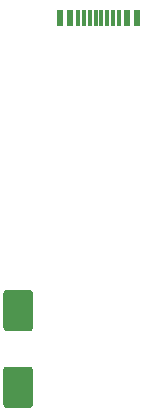
<source format=gbr>
%TF.GenerationSoftware,KiCad,Pcbnew,(5.1.9-0-10_14)*%
%TF.CreationDate,2021-06-30T10:16:08+02:00*%
%TF.ProjectId,turbocan,74757262-6f63-4616-9e2e-6b696361645f,rev?*%
%TF.SameCoordinates,Original*%
%TF.FileFunction,Paste,Bot*%
%TF.FilePolarity,Positive*%
%FSLAX46Y46*%
G04 Gerber Fmt 4.6, Leading zero omitted, Abs format (unit mm)*
G04 Created by KiCad (PCBNEW (5.1.9-0-10_14)) date 2021-06-30 10:16:08*
%MOMM*%
%LPD*%
G01*
G04 APERTURE LIST*
%ADD10R,0.600000X1.450000*%
%ADD11R,0.300000X1.450000*%
G04 APERTURE END LIST*
%TO.C,C21*%
G36*
G01*
X36700000Y-47050000D02*
X34700000Y-47050000D01*
G75*
G02*
X34450000Y-46800000I0J250000D01*
G01*
X34450000Y-43800000D01*
G75*
G02*
X34700000Y-43550000I250000J0D01*
G01*
X36700000Y-43550000D01*
G75*
G02*
X36950000Y-43800000I0J-250000D01*
G01*
X36950000Y-46800000D01*
G75*
G02*
X36700000Y-47050000I-250000J0D01*
G01*
G37*
G36*
G01*
X36700000Y-53550000D02*
X34700000Y-53550000D01*
G75*
G02*
X34450000Y-53300000I0J250000D01*
G01*
X34450000Y-50300000D01*
G75*
G02*
X34700000Y-50050000I250000J0D01*
G01*
X36700000Y-50050000D01*
G75*
G02*
X36950000Y-50300000I0J-250000D01*
G01*
X36950000Y-53300000D01*
G75*
G02*
X36700000Y-53550000I-250000J0D01*
G01*
G37*
%TD*%
D10*
%TO.C,J1*%
X45750000Y-20545000D03*
X44950000Y-20545000D03*
X40050000Y-20545000D03*
X39250000Y-20545000D03*
X39250000Y-20545000D03*
X40050000Y-20545000D03*
X44950000Y-20545000D03*
X45750000Y-20545000D03*
D11*
X40750000Y-20545000D03*
X41250000Y-20545000D03*
X41750000Y-20545000D03*
X42750000Y-20545000D03*
X43250000Y-20545000D03*
X43750000Y-20545000D03*
X44250000Y-20545000D03*
X42250000Y-20545000D03*
%TD*%
M02*

</source>
